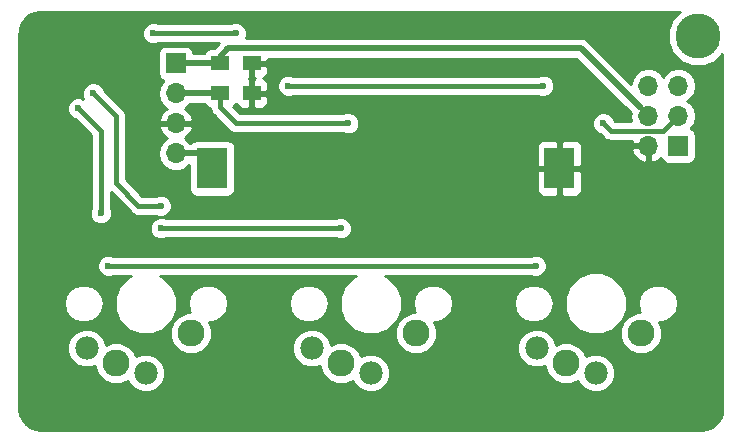
<source format=gbr>
G04 #@! TF.GenerationSoftware,KiCad,Pcbnew,(5.0.1)-4*
G04 #@! TF.CreationDate,2019-08-19T00:57:11-04:00*
G04 #@! TF.ProjectId,KeebCard,4B656562436172642E6B696361645F70,rev?*
G04 #@! TF.SameCoordinates,Original*
G04 #@! TF.FileFunction,Copper,L2,Bot,Signal*
G04 #@! TF.FilePolarity,Positive*
%FSLAX46Y46*%
G04 Gerber Fmt 4.6, Leading zero omitted, Abs format (unit mm)*
G04 Created by KiCad (PCBNEW (5.0.1)-4) date 8/19/2019 12:57:11 AM*
%MOMM*%
%LPD*%
G01*
G04 APERTURE LIST*
G04 #@! TA.AperFunction,ComponentPad*
%ADD10C,1.987400*%
G04 #@! TD*
G04 #@! TA.AperFunction,ComponentPad*
%ADD11C,2.286000*%
G04 #@! TD*
G04 #@! TA.AperFunction,SMDPad,CuDef*
%ADD12R,2.600000X3.500000*%
G04 #@! TD*
G04 #@! TA.AperFunction,ComponentPad*
%ADD13R,1.700000X1.700000*%
G04 #@! TD*
G04 #@! TA.AperFunction,ComponentPad*
%ADD14O,1.700000X1.700000*%
G04 #@! TD*
G04 #@! TA.AperFunction,SMDPad,CuDef*
%ADD15R,1.500000X1.300000*%
G04 #@! TD*
G04 #@! TA.AperFunction,ComponentPad*
%ADD16C,3.800000*%
G04 #@! TD*
G04 #@! TA.AperFunction,ViaPad*
%ADD17C,0.600000*%
G04 #@! TD*
G04 #@! TA.AperFunction,Conductor*
%ADD18C,0.508000*%
G04 #@! TD*
G04 #@! TA.AperFunction,Conductor*
%ADD19C,0.406400*%
G04 #@! TD*
G04 #@! TA.AperFunction,Conductor*
%ADD20C,0.254000*%
G04 #@! TD*
G04 APERTURE END LIST*
D10*
G04 #@! TO.P,SW2,2*
G04 #@! TO.N,/PB3*
X131906000Y-127752000D03*
G04 #@! TO.P,SW2,1*
G04 #@! TO.N,GND*
X136906000Y-129852000D03*
D11*
X134366000Y-129032000D03*
G04 #@! TO.P,SW2,2*
G04 #@! TO.N,/PB3*
X140716000Y-126492000D03*
G04 #@! TD*
D10*
G04 #@! TO.P,SW3,2*
G04 #@! TO.N,/PB4*
X150956000Y-127752000D03*
G04 #@! TO.P,SW3,1*
G04 #@! TO.N,GND*
X155956000Y-129852000D03*
D11*
X153416000Y-129032000D03*
G04 #@! TO.P,SW3,2*
G04 #@! TO.N,/PB4*
X159766000Y-126492000D03*
G04 #@! TD*
D10*
G04 #@! TO.P,SW1,2*
G04 #@! TO.N,/PB1*
X170006000Y-127752000D03*
G04 #@! TO.P,SW1,1*
G04 #@! TO.N,GND*
X175006000Y-129852000D03*
D11*
X172466000Y-129032000D03*
G04 #@! TO.P,SW1,2*
G04 #@! TO.N,/PB1*
X178816000Y-126492000D03*
G04 #@! TD*
D12*
G04 #@! TO.P,BT1,2*
G04 #@! TO.N,GND*
X142526000Y-112522000D03*
G04 #@! TO.P,BT1,1*
G04 #@! TO.N,VCC*
X171926000Y-112522000D03*
G04 #@! TD*
D13*
G04 #@! TO.P,J1,1*
G04 #@! TO.N,/PB1*
X181991000Y-110617000D03*
D14*
G04 #@! TO.P,J1,2*
G04 #@! TO.N,VCC*
X179451000Y-110617000D03*
G04 #@! TO.P,J1,3*
G04 #@! TO.N,/PB2*
X181991000Y-108077000D03*
G04 #@! TO.P,J1,4*
G04 #@! TO.N,/PB0*
X179451000Y-108077000D03*
G04 #@! TO.P,J1,5*
G04 #@! TO.N,/PB5*
X181991000Y-105537000D03*
G04 #@! TO.P,J1,6*
G04 #@! TO.N,GND*
X179451000Y-105537000D03*
G04 #@! TD*
D15*
G04 #@! TO.P,R5,1*
G04 #@! TO.N,/PB2*
X143176000Y-106172000D03*
G04 #@! TO.P,R5,2*
G04 #@! TO.N,VCC*
X145876000Y-106172000D03*
G04 #@! TD*
G04 #@! TO.P,R6,1*
G04 #@! TO.N,/PB0*
X143176000Y-103632000D03*
G04 #@! TO.P,R6,2*
G04 #@! TO.N,VCC*
X145876000Y-103632000D03*
G04 #@! TD*
D13*
G04 #@! TO.P,DS1,4*
G04 #@! TO.N,/PB0*
X139446000Y-103632000D03*
D14*
G04 #@! TO.P,DS1,3*
G04 #@! TO.N,/PB2*
X139446000Y-106172000D03*
G04 #@! TO.P,DS1,2*
G04 #@! TO.N,VCC*
X139446000Y-108712000D03*
G04 #@! TO.P,DS1,1*
G04 #@! TO.N,GND*
X139446000Y-111252000D03*
G04 #@! TD*
D16*
G04 #@! TO.P,REF\002A\002A,1*
G04 #@! TO.N,N/C*
X183642000Y-101346000D03*
G04 #@! TD*
D17*
G04 #@! TO.N,/PB2*
X175641000Y-108712000D03*
X154051000Y-108712000D03*
G04 #@! TO.N,/PB3*
X138176000Y-115697000D03*
X132461000Y-106172000D03*
G04 #@! TO.N,/PB5*
X170561000Y-105537000D03*
X148971000Y-105537000D03*
X137541000Y-101092000D03*
X144526000Y-101092000D03*
G04 #@! TO.N,/PB1*
X169926000Y-120777000D03*
X133731000Y-120777000D03*
G04 #@! TO.N,/PB4*
X153416000Y-117602000D03*
X138176000Y-117602000D03*
X133096000Y-116332000D03*
X131191000Y-107442000D03*
G04 #@! TO.N,VCC*
X163576000Y-115697000D03*
X182626000Y-115697000D03*
X145161000Y-115697000D03*
X136271000Y-112522000D03*
X136271000Y-104902000D03*
G04 #@! TD*
D18*
G04 #@! TO.N,GND*
X139446000Y-111252000D02*
X142526000Y-111252000D01*
G04 #@! TO.N,/PB2*
X139446000Y-106172000D02*
X143176000Y-106172000D01*
D19*
X143176000Y-106172000D02*
X143176000Y-107362000D01*
X180721000Y-109347000D02*
X181991000Y-108077000D01*
X176276000Y-109347000D02*
X180721000Y-109347000D01*
X175641000Y-108712000D02*
X176276000Y-109347000D01*
X144526000Y-108712000D02*
X154051000Y-108712000D01*
X143176000Y-107362000D02*
X144526000Y-108712000D01*
D18*
G04 #@! TO.N,/PB0*
X139446000Y-103632000D02*
X143176000Y-103632000D01*
X143176000Y-103632000D02*
X143176000Y-103077000D01*
X173736000Y-102362000D02*
X178816000Y-107442000D01*
X143891000Y-102362000D02*
X173736000Y-102362000D01*
X143176000Y-103077000D02*
X143891000Y-102362000D01*
D19*
G04 #@! TO.N,/PB3*
X136271000Y-115697000D02*
X138176000Y-115697000D01*
X134366000Y-113792000D02*
X136271000Y-115697000D01*
X134366000Y-108077000D02*
X134366000Y-113792000D01*
X132461000Y-106172000D02*
X134366000Y-108077000D01*
G04 #@! TO.N,/PB5*
X148971000Y-105537000D02*
X170561000Y-105537000D01*
X137541000Y-101092000D02*
X144526000Y-101092000D01*
G04 #@! TO.N,/PB1*
X169926000Y-120777000D02*
X133731000Y-120777000D01*
G04 #@! TO.N,/PB4*
X138176000Y-117602000D02*
X153416000Y-117602000D01*
X133096000Y-109347000D02*
X133096000Y-116332000D01*
X131191000Y-107442000D02*
X133096000Y-109347000D01*
G04 #@! TD*
D20*
G04 #@! TO.N,VCC*
G36*
X181492930Y-99910038D02*
X181107000Y-100841757D01*
X181107000Y-101850243D01*
X181492930Y-102781962D01*
X182206038Y-103495070D01*
X183137757Y-103881000D01*
X184146243Y-103881000D01*
X185077962Y-103495070D01*
X185726001Y-102847031D01*
X185726000Y-132797333D01*
X185663042Y-133295699D01*
X185494697Y-133720889D01*
X185225899Y-134090859D01*
X184873541Y-134382355D01*
X184459756Y-134577067D01*
X183977339Y-134669093D01*
X183884836Y-134672000D01*
X128060667Y-134672000D01*
X127562301Y-134609042D01*
X127137111Y-134440697D01*
X126767141Y-134171899D01*
X126475645Y-133819541D01*
X126280933Y-133405756D01*
X126188907Y-132923339D01*
X126186000Y-132830836D01*
X126186000Y-127428031D01*
X130277300Y-127428031D01*
X130277300Y-128075969D01*
X130525255Y-128674584D01*
X130983416Y-129132745D01*
X131582031Y-129380700D01*
X132229969Y-129380700D01*
X132588000Y-129232398D01*
X132588000Y-129385666D01*
X132858684Y-130039156D01*
X133358844Y-130539316D01*
X134012334Y-130810000D01*
X134719666Y-130810000D01*
X135373156Y-130539316D01*
X135411798Y-130500674D01*
X135525255Y-130774584D01*
X135983416Y-131232745D01*
X136582031Y-131480700D01*
X137229969Y-131480700D01*
X137828584Y-131232745D01*
X138286745Y-130774584D01*
X138534700Y-130175969D01*
X138534700Y-129528031D01*
X138286745Y-128929416D01*
X137828584Y-128471255D01*
X137229969Y-128223300D01*
X136582031Y-128223300D01*
X136047270Y-128444806D01*
X135873316Y-128024844D01*
X135373156Y-127524684D01*
X134719666Y-127254000D01*
X134012334Y-127254000D01*
X133534700Y-127451842D01*
X133534700Y-127428031D01*
X133286745Y-126829416D01*
X132828584Y-126371255D01*
X132229969Y-126123300D01*
X131582031Y-126123300D01*
X130983416Y-126371255D01*
X130525255Y-126829416D01*
X130277300Y-127428031D01*
X126186000Y-127428031D01*
X126186000Y-123952000D01*
X129939949Y-123952000D01*
X130062964Y-124570436D01*
X130413279Y-125094721D01*
X130937564Y-125445036D01*
X131399897Y-125537000D01*
X131883003Y-125537000D01*
X132345336Y-125445036D01*
X132869621Y-125094721D01*
X133219936Y-124570436D01*
X133342951Y-123952000D01*
X133219936Y-123333564D01*
X132869621Y-122809279D01*
X132345336Y-122458964D01*
X131883003Y-122367000D01*
X131399897Y-122367000D01*
X130937564Y-122458964D01*
X130413279Y-122809279D01*
X130062964Y-123333564D01*
X129939949Y-123952000D01*
X126186000Y-123952000D01*
X126186000Y-120591017D01*
X132796000Y-120591017D01*
X132796000Y-120962983D01*
X132938345Y-121306635D01*
X133201365Y-121569655D01*
X133545017Y-121712000D01*
X133916983Y-121712000D01*
X134150679Y-121615200D01*
X135677887Y-121615200D01*
X135416848Y-121723326D01*
X134677326Y-122462848D01*
X134277100Y-123429079D01*
X134277100Y-124474921D01*
X134677326Y-125441152D01*
X135416848Y-126180674D01*
X136383079Y-126580900D01*
X137428921Y-126580900D01*
X138395152Y-126180674D01*
X138437492Y-126138334D01*
X138938000Y-126138334D01*
X138938000Y-126845666D01*
X139208684Y-127499156D01*
X139708844Y-127999316D01*
X140362334Y-128270000D01*
X141069666Y-128270000D01*
X141723156Y-127999316D01*
X142223316Y-127499156D01*
X142252776Y-127428031D01*
X149327300Y-127428031D01*
X149327300Y-128075969D01*
X149575255Y-128674584D01*
X150033416Y-129132745D01*
X150632031Y-129380700D01*
X151279969Y-129380700D01*
X151638000Y-129232398D01*
X151638000Y-129385666D01*
X151908684Y-130039156D01*
X152408844Y-130539316D01*
X153062334Y-130810000D01*
X153769666Y-130810000D01*
X154423156Y-130539316D01*
X154461798Y-130500674D01*
X154575255Y-130774584D01*
X155033416Y-131232745D01*
X155632031Y-131480700D01*
X156279969Y-131480700D01*
X156878584Y-131232745D01*
X157336745Y-130774584D01*
X157584700Y-130175969D01*
X157584700Y-129528031D01*
X157336745Y-128929416D01*
X156878584Y-128471255D01*
X156279969Y-128223300D01*
X155632031Y-128223300D01*
X155097270Y-128444806D01*
X154923316Y-128024844D01*
X154423156Y-127524684D01*
X153769666Y-127254000D01*
X153062334Y-127254000D01*
X152584700Y-127451842D01*
X152584700Y-127428031D01*
X152336745Y-126829416D01*
X151878584Y-126371255D01*
X151279969Y-126123300D01*
X150632031Y-126123300D01*
X150033416Y-126371255D01*
X149575255Y-126829416D01*
X149327300Y-127428031D01*
X142252776Y-127428031D01*
X142494000Y-126845666D01*
X142494000Y-126138334D01*
X142244920Y-125537000D01*
X142412103Y-125537000D01*
X142874436Y-125445036D01*
X143398721Y-125094721D01*
X143749036Y-124570436D01*
X143872051Y-123952000D01*
X148989949Y-123952000D01*
X149112964Y-124570436D01*
X149463279Y-125094721D01*
X149987564Y-125445036D01*
X150449897Y-125537000D01*
X150933003Y-125537000D01*
X151395336Y-125445036D01*
X151919621Y-125094721D01*
X152269936Y-124570436D01*
X152392951Y-123952000D01*
X152269936Y-123333564D01*
X151919621Y-122809279D01*
X151395336Y-122458964D01*
X150933003Y-122367000D01*
X150449897Y-122367000D01*
X149987564Y-122458964D01*
X149463279Y-122809279D01*
X149112964Y-123333564D01*
X148989949Y-123952000D01*
X143872051Y-123952000D01*
X143749036Y-123333564D01*
X143398721Y-122809279D01*
X142874436Y-122458964D01*
X142412103Y-122367000D01*
X141928997Y-122367000D01*
X141466664Y-122458964D01*
X140942379Y-122809279D01*
X140592064Y-123333564D01*
X140469049Y-123952000D01*
X140592064Y-124570436D01*
X140687990Y-124714000D01*
X140362334Y-124714000D01*
X139708844Y-124984684D01*
X139208684Y-125484844D01*
X138938000Y-126138334D01*
X138437492Y-126138334D01*
X139134674Y-125441152D01*
X139534900Y-124474921D01*
X139534900Y-123429079D01*
X139134674Y-122462848D01*
X138395152Y-121723326D01*
X138134113Y-121615200D01*
X154727887Y-121615200D01*
X154466848Y-121723326D01*
X153727326Y-122462848D01*
X153327100Y-123429079D01*
X153327100Y-124474921D01*
X153727326Y-125441152D01*
X154466848Y-126180674D01*
X155433079Y-126580900D01*
X156478921Y-126580900D01*
X157445152Y-126180674D01*
X157487492Y-126138334D01*
X157988000Y-126138334D01*
X157988000Y-126845666D01*
X158258684Y-127499156D01*
X158758844Y-127999316D01*
X159412334Y-128270000D01*
X160119666Y-128270000D01*
X160773156Y-127999316D01*
X161273316Y-127499156D01*
X161302776Y-127428031D01*
X168377300Y-127428031D01*
X168377300Y-128075969D01*
X168625255Y-128674584D01*
X169083416Y-129132745D01*
X169682031Y-129380700D01*
X170329969Y-129380700D01*
X170688000Y-129232398D01*
X170688000Y-129385666D01*
X170958684Y-130039156D01*
X171458844Y-130539316D01*
X172112334Y-130810000D01*
X172819666Y-130810000D01*
X173473156Y-130539316D01*
X173511798Y-130500674D01*
X173625255Y-130774584D01*
X174083416Y-131232745D01*
X174682031Y-131480700D01*
X175329969Y-131480700D01*
X175928584Y-131232745D01*
X176386745Y-130774584D01*
X176634700Y-130175969D01*
X176634700Y-129528031D01*
X176386745Y-128929416D01*
X175928584Y-128471255D01*
X175329969Y-128223300D01*
X174682031Y-128223300D01*
X174147270Y-128444806D01*
X173973316Y-128024844D01*
X173473156Y-127524684D01*
X172819666Y-127254000D01*
X172112334Y-127254000D01*
X171634700Y-127451842D01*
X171634700Y-127428031D01*
X171386745Y-126829416D01*
X170928584Y-126371255D01*
X170329969Y-126123300D01*
X169682031Y-126123300D01*
X169083416Y-126371255D01*
X168625255Y-126829416D01*
X168377300Y-127428031D01*
X161302776Y-127428031D01*
X161544000Y-126845666D01*
X161544000Y-126138334D01*
X161294920Y-125537000D01*
X161462103Y-125537000D01*
X161924436Y-125445036D01*
X162448721Y-125094721D01*
X162799036Y-124570436D01*
X162922051Y-123952000D01*
X168039949Y-123952000D01*
X168162964Y-124570436D01*
X168513279Y-125094721D01*
X169037564Y-125445036D01*
X169499897Y-125537000D01*
X169983003Y-125537000D01*
X170445336Y-125445036D01*
X170969621Y-125094721D01*
X171319936Y-124570436D01*
X171442951Y-123952000D01*
X171338936Y-123429079D01*
X172377100Y-123429079D01*
X172377100Y-124474921D01*
X172777326Y-125441152D01*
X173516848Y-126180674D01*
X174483079Y-126580900D01*
X175528921Y-126580900D01*
X176495152Y-126180674D01*
X176537492Y-126138334D01*
X177038000Y-126138334D01*
X177038000Y-126845666D01*
X177308684Y-127499156D01*
X177808844Y-127999316D01*
X178462334Y-128270000D01*
X179169666Y-128270000D01*
X179823156Y-127999316D01*
X180323316Y-127499156D01*
X180594000Y-126845666D01*
X180594000Y-126138334D01*
X180344920Y-125537000D01*
X180512103Y-125537000D01*
X180974436Y-125445036D01*
X181498721Y-125094721D01*
X181849036Y-124570436D01*
X181972051Y-123952000D01*
X181849036Y-123333564D01*
X181498721Y-122809279D01*
X180974436Y-122458964D01*
X180512103Y-122367000D01*
X180028997Y-122367000D01*
X179566664Y-122458964D01*
X179042379Y-122809279D01*
X178692064Y-123333564D01*
X178569049Y-123952000D01*
X178692064Y-124570436D01*
X178787990Y-124714000D01*
X178462334Y-124714000D01*
X177808844Y-124984684D01*
X177308684Y-125484844D01*
X177038000Y-126138334D01*
X176537492Y-126138334D01*
X177234674Y-125441152D01*
X177634900Y-124474921D01*
X177634900Y-123429079D01*
X177234674Y-122462848D01*
X176495152Y-121723326D01*
X175528921Y-121323100D01*
X174483079Y-121323100D01*
X173516848Y-121723326D01*
X172777326Y-122462848D01*
X172377100Y-123429079D01*
X171338936Y-123429079D01*
X171319936Y-123333564D01*
X170969621Y-122809279D01*
X170445336Y-122458964D01*
X169983003Y-122367000D01*
X169499897Y-122367000D01*
X169037564Y-122458964D01*
X168513279Y-122809279D01*
X168162964Y-123333564D01*
X168039949Y-123952000D01*
X162922051Y-123952000D01*
X162799036Y-123333564D01*
X162448721Y-122809279D01*
X161924436Y-122458964D01*
X161462103Y-122367000D01*
X160978997Y-122367000D01*
X160516664Y-122458964D01*
X159992379Y-122809279D01*
X159642064Y-123333564D01*
X159519049Y-123952000D01*
X159642064Y-124570436D01*
X159737990Y-124714000D01*
X159412334Y-124714000D01*
X158758844Y-124984684D01*
X158258684Y-125484844D01*
X157988000Y-126138334D01*
X157487492Y-126138334D01*
X158184674Y-125441152D01*
X158584900Y-124474921D01*
X158584900Y-123429079D01*
X158184674Y-122462848D01*
X157445152Y-121723326D01*
X157184113Y-121615200D01*
X169506321Y-121615200D01*
X169740017Y-121712000D01*
X170111983Y-121712000D01*
X170455635Y-121569655D01*
X170718655Y-121306635D01*
X170861000Y-120962983D01*
X170861000Y-120591017D01*
X170718655Y-120247365D01*
X170455635Y-119984345D01*
X170111983Y-119842000D01*
X169740017Y-119842000D01*
X169506321Y-119938800D01*
X134150679Y-119938800D01*
X133916983Y-119842000D01*
X133545017Y-119842000D01*
X133201365Y-119984345D01*
X132938345Y-120247365D01*
X132796000Y-120591017D01*
X126186000Y-120591017D01*
X126186000Y-117416017D01*
X137241000Y-117416017D01*
X137241000Y-117787983D01*
X137383345Y-118131635D01*
X137646365Y-118394655D01*
X137990017Y-118537000D01*
X138361983Y-118537000D01*
X138595679Y-118440200D01*
X152996321Y-118440200D01*
X153230017Y-118537000D01*
X153601983Y-118537000D01*
X153945635Y-118394655D01*
X154208655Y-118131635D01*
X154351000Y-117787983D01*
X154351000Y-117416017D01*
X154208655Y-117072365D01*
X153945635Y-116809345D01*
X153601983Y-116667000D01*
X153230017Y-116667000D01*
X152996321Y-116763800D01*
X138595679Y-116763800D01*
X138361983Y-116667000D01*
X137990017Y-116667000D01*
X137646365Y-116809345D01*
X137383345Y-117072365D01*
X137241000Y-117416017D01*
X126186000Y-117416017D01*
X126186000Y-107256017D01*
X130256000Y-107256017D01*
X130256000Y-107627983D01*
X130398345Y-107971635D01*
X130661365Y-108234655D01*
X130895062Y-108331455D01*
X132257800Y-109694194D01*
X132257801Y-115912318D01*
X132161000Y-116146017D01*
X132161000Y-116517983D01*
X132303345Y-116861635D01*
X132566365Y-117124655D01*
X132910017Y-117267000D01*
X133281983Y-117267000D01*
X133625635Y-117124655D01*
X133888655Y-116861635D01*
X134031000Y-116517983D01*
X134031000Y-116146017D01*
X133934200Y-115912321D01*
X133934200Y-114545593D01*
X135619930Y-116231324D01*
X135666692Y-116301308D01*
X135736676Y-116348070D01*
X135736677Y-116348071D01*
X135836176Y-116414554D01*
X135943951Y-116486567D01*
X136188446Y-116535200D01*
X136188451Y-116535200D01*
X136271000Y-116551620D01*
X136353549Y-116535200D01*
X137756321Y-116535200D01*
X137990017Y-116632000D01*
X138361983Y-116632000D01*
X138705635Y-116489655D01*
X138968655Y-116226635D01*
X139111000Y-115882983D01*
X139111000Y-115511017D01*
X138968655Y-115167365D01*
X138705635Y-114904345D01*
X138361983Y-114762000D01*
X137990017Y-114762000D01*
X137756321Y-114858800D01*
X136618194Y-114858800D01*
X135204200Y-113444807D01*
X135204200Y-111252000D01*
X137931908Y-111252000D01*
X138047161Y-111831418D01*
X138375375Y-112322625D01*
X138866582Y-112650839D01*
X139299744Y-112737000D01*
X139592256Y-112737000D01*
X140025418Y-112650839D01*
X140516625Y-112322625D01*
X140578560Y-112229933D01*
X140578560Y-114272000D01*
X140627843Y-114519765D01*
X140768191Y-114729809D01*
X140978235Y-114870157D01*
X141226000Y-114919440D01*
X143826000Y-114919440D01*
X144073765Y-114870157D01*
X144283809Y-114729809D01*
X144424157Y-114519765D01*
X144473440Y-114272000D01*
X144473440Y-112807750D01*
X169991000Y-112807750D01*
X169991000Y-114398310D01*
X170087673Y-114631699D01*
X170266302Y-114810327D01*
X170499691Y-114907000D01*
X171640250Y-114907000D01*
X171799000Y-114748250D01*
X171799000Y-112649000D01*
X172053000Y-112649000D01*
X172053000Y-114748250D01*
X172211750Y-114907000D01*
X173352309Y-114907000D01*
X173585698Y-114810327D01*
X173764327Y-114631699D01*
X173861000Y-114398310D01*
X173861000Y-112807750D01*
X173702250Y-112649000D01*
X172053000Y-112649000D01*
X171799000Y-112649000D01*
X170149750Y-112649000D01*
X169991000Y-112807750D01*
X144473440Y-112807750D01*
X144473440Y-110772000D01*
X144448316Y-110645690D01*
X169991000Y-110645690D01*
X169991000Y-112236250D01*
X170149750Y-112395000D01*
X171799000Y-112395000D01*
X171799000Y-110295750D01*
X172053000Y-110295750D01*
X172053000Y-112395000D01*
X173702250Y-112395000D01*
X173861000Y-112236250D01*
X173861000Y-110973890D01*
X178009524Y-110973890D01*
X178179355Y-111383924D01*
X178569642Y-111812183D01*
X179094108Y-112058486D01*
X179324000Y-111937819D01*
X179324000Y-110744000D01*
X178130845Y-110744000D01*
X178009524Y-110973890D01*
X173861000Y-110973890D01*
X173861000Y-110645690D01*
X173764327Y-110412301D01*
X173585698Y-110233673D01*
X173352309Y-110137000D01*
X172211750Y-110137000D01*
X172053000Y-110295750D01*
X171799000Y-110295750D01*
X171640250Y-110137000D01*
X170499691Y-110137000D01*
X170266302Y-110233673D01*
X170087673Y-110412301D01*
X169991000Y-110645690D01*
X144448316Y-110645690D01*
X144424157Y-110524235D01*
X144283809Y-110314191D01*
X144073765Y-110173843D01*
X143826000Y-110124560D01*
X141226000Y-110124560D01*
X140978235Y-110173843D01*
X140768191Y-110314191D01*
X140735578Y-110363000D01*
X140637983Y-110363000D01*
X140516625Y-110181375D01*
X140197522Y-109968157D01*
X140327358Y-109907183D01*
X140717645Y-109478924D01*
X140887476Y-109068890D01*
X140766155Y-108839000D01*
X139573000Y-108839000D01*
X139573000Y-108859000D01*
X139319000Y-108859000D01*
X139319000Y-108839000D01*
X138125845Y-108839000D01*
X138004524Y-109068890D01*
X138174355Y-109478924D01*
X138564642Y-109907183D01*
X138694478Y-109968157D01*
X138375375Y-110181375D01*
X138047161Y-110672582D01*
X137931908Y-111252000D01*
X135204200Y-111252000D01*
X135204200Y-108159549D01*
X135220620Y-108077000D01*
X135204200Y-107994451D01*
X135204200Y-107994446D01*
X135155567Y-107749951D01*
X134970308Y-107472692D01*
X134900325Y-107425931D01*
X133350455Y-105876062D01*
X133253655Y-105642365D01*
X132990635Y-105379345D01*
X132646983Y-105237000D01*
X132275017Y-105237000D01*
X131931365Y-105379345D01*
X131668345Y-105642365D01*
X131526000Y-105986017D01*
X131526000Y-106357983D01*
X131631371Y-106612371D01*
X131376983Y-106507000D01*
X131005017Y-106507000D01*
X130661365Y-106649345D01*
X130398345Y-106912365D01*
X130256000Y-107256017D01*
X126186000Y-107256017D01*
X126186000Y-101136666D01*
X126215137Y-100906017D01*
X136606000Y-100906017D01*
X136606000Y-101277983D01*
X136748345Y-101621635D01*
X137011365Y-101884655D01*
X137355017Y-102027000D01*
X137726983Y-102027000D01*
X137960679Y-101930200D01*
X143065564Y-101930200D01*
X142661205Y-102334560D01*
X142426000Y-102334560D01*
X142178235Y-102383843D01*
X141968191Y-102524191D01*
X141827843Y-102734235D01*
X141826100Y-102743000D01*
X140935682Y-102743000D01*
X140894157Y-102534235D01*
X140753809Y-102324191D01*
X140543765Y-102183843D01*
X140296000Y-102134560D01*
X138596000Y-102134560D01*
X138348235Y-102183843D01*
X138138191Y-102324191D01*
X137997843Y-102534235D01*
X137948560Y-102782000D01*
X137948560Y-104482000D01*
X137997843Y-104729765D01*
X138138191Y-104939809D01*
X138348235Y-105080157D01*
X138393619Y-105089184D01*
X138375375Y-105101375D01*
X138047161Y-105592582D01*
X137931908Y-106172000D01*
X138047161Y-106751418D01*
X138375375Y-107242625D01*
X138694478Y-107455843D01*
X138564642Y-107516817D01*
X138174355Y-107945076D01*
X138004524Y-108355110D01*
X138125845Y-108585000D01*
X139319000Y-108585000D01*
X139319000Y-108565000D01*
X139573000Y-108565000D01*
X139573000Y-108585000D01*
X140766155Y-108585000D01*
X140887476Y-108355110D01*
X140717645Y-107945076D01*
X140327358Y-107516817D01*
X140197522Y-107455843D01*
X140516625Y-107242625D01*
X140637983Y-107061000D01*
X141826100Y-107061000D01*
X141827843Y-107069765D01*
X141968191Y-107279809D01*
X142178235Y-107420157D01*
X142339322Y-107452199D01*
X142386434Y-107689049D01*
X142524929Y-107896322D01*
X142524931Y-107896324D01*
X142571693Y-107966308D01*
X142641677Y-108013070D01*
X143874930Y-109246324D01*
X143921692Y-109316308D01*
X143991676Y-109363070D01*
X143991677Y-109363071D01*
X144079597Y-109421817D01*
X144198951Y-109501567D01*
X144443446Y-109550200D01*
X144443450Y-109550200D01*
X144525999Y-109566620D01*
X144608548Y-109550200D01*
X153631321Y-109550200D01*
X153865017Y-109647000D01*
X154236983Y-109647000D01*
X154580635Y-109504655D01*
X154843655Y-109241635D01*
X154986000Y-108897983D01*
X154986000Y-108526017D01*
X154843655Y-108182365D01*
X154580635Y-107919345D01*
X154236983Y-107777000D01*
X153865017Y-107777000D01*
X153631321Y-107873800D01*
X144873194Y-107873800D01*
X144321102Y-107321709D01*
X144383809Y-107279809D01*
X144524157Y-107069765D01*
X144529721Y-107041791D01*
X144587673Y-107181699D01*
X144766302Y-107360327D01*
X144999691Y-107457000D01*
X145590250Y-107457000D01*
X145749000Y-107298250D01*
X145749000Y-106299000D01*
X146003000Y-106299000D01*
X146003000Y-107298250D01*
X146161750Y-107457000D01*
X146752309Y-107457000D01*
X146985698Y-107360327D01*
X147164327Y-107181699D01*
X147261000Y-106948310D01*
X147261000Y-106457750D01*
X147102250Y-106299000D01*
X146003000Y-106299000D01*
X145749000Y-106299000D01*
X145729000Y-106299000D01*
X145729000Y-106045000D01*
X145749000Y-106045000D01*
X145749000Y-105045750D01*
X145605250Y-104902000D01*
X145749000Y-104758250D01*
X145749000Y-103759000D01*
X146003000Y-103759000D01*
X146003000Y-104758250D01*
X146146750Y-104902000D01*
X146003000Y-105045750D01*
X146003000Y-106045000D01*
X147102250Y-106045000D01*
X147261000Y-105886250D01*
X147261000Y-105395690D01*
X147242496Y-105351017D01*
X148036000Y-105351017D01*
X148036000Y-105722983D01*
X148178345Y-106066635D01*
X148441365Y-106329655D01*
X148785017Y-106472000D01*
X149156983Y-106472000D01*
X149390679Y-106375200D01*
X170141321Y-106375200D01*
X170375017Y-106472000D01*
X170746983Y-106472000D01*
X171090635Y-106329655D01*
X171353655Y-106066635D01*
X171496000Y-105722983D01*
X171496000Y-105351017D01*
X171353655Y-105007365D01*
X171090635Y-104744345D01*
X170746983Y-104602000D01*
X170375017Y-104602000D01*
X170141321Y-104698800D01*
X149390679Y-104698800D01*
X149156983Y-104602000D01*
X148785017Y-104602000D01*
X148441365Y-104744345D01*
X148178345Y-105007365D01*
X148036000Y-105351017D01*
X147242496Y-105351017D01*
X147164327Y-105162301D01*
X146985698Y-104983673D01*
X146788522Y-104902000D01*
X146985698Y-104820327D01*
X147164327Y-104641699D01*
X147261000Y-104408310D01*
X147261000Y-103917750D01*
X147102250Y-103759000D01*
X146003000Y-103759000D01*
X145749000Y-103759000D01*
X145729000Y-103759000D01*
X145729000Y-103505000D01*
X145749000Y-103505000D01*
X145749000Y-103485000D01*
X146003000Y-103485000D01*
X146003000Y-103505000D01*
X147102250Y-103505000D01*
X147261000Y-103346250D01*
X147261000Y-103251000D01*
X173367765Y-103251000D01*
X177979523Y-107862759D01*
X177936908Y-108077000D01*
X178022798Y-108508800D01*
X176623194Y-108508800D01*
X176530455Y-108416062D01*
X176433655Y-108182365D01*
X176170635Y-107919345D01*
X175826983Y-107777000D01*
X175455017Y-107777000D01*
X175111365Y-107919345D01*
X174848345Y-108182365D01*
X174706000Y-108526017D01*
X174706000Y-108897983D01*
X174848345Y-109241635D01*
X175111365Y-109504655D01*
X175345062Y-109601455D01*
X175624930Y-109881324D01*
X175671692Y-109951308D01*
X175741676Y-109998070D01*
X175741677Y-109998071D01*
X175948950Y-110136567D01*
X176003907Y-110147498D01*
X176193446Y-110185200D01*
X176193449Y-110185200D01*
X176276000Y-110201620D01*
X176358550Y-110185200D01*
X178040551Y-110185200D01*
X178009524Y-110260110D01*
X178130845Y-110490000D01*
X179324000Y-110490000D01*
X179324000Y-110470000D01*
X179578000Y-110470000D01*
X179578000Y-110490000D01*
X179598000Y-110490000D01*
X179598000Y-110744000D01*
X179578000Y-110744000D01*
X179578000Y-111937819D01*
X179807892Y-112058486D01*
X180332358Y-111812183D01*
X180521039Y-111605145D01*
X180542843Y-111714765D01*
X180683191Y-111924809D01*
X180893235Y-112065157D01*
X181141000Y-112114440D01*
X182841000Y-112114440D01*
X183088765Y-112065157D01*
X183298809Y-111924809D01*
X183439157Y-111714765D01*
X183488440Y-111467000D01*
X183488440Y-109767000D01*
X183439157Y-109519235D01*
X183298809Y-109309191D01*
X183088765Y-109168843D01*
X183043381Y-109159816D01*
X183061625Y-109147625D01*
X183389839Y-108656418D01*
X183505092Y-108077000D01*
X183389839Y-107497582D01*
X183061625Y-107006375D01*
X182763239Y-106807000D01*
X183061625Y-106607625D01*
X183389839Y-106116418D01*
X183505092Y-105537000D01*
X183389839Y-104957582D01*
X183061625Y-104466375D01*
X182570418Y-104138161D01*
X182137256Y-104052000D01*
X181844744Y-104052000D01*
X181411582Y-104138161D01*
X180920375Y-104466375D01*
X180721000Y-104764761D01*
X180521625Y-104466375D01*
X180030418Y-104138161D01*
X179597256Y-104052000D01*
X179304744Y-104052000D01*
X178871582Y-104138161D01*
X178380375Y-104466375D01*
X178052161Y-104957582D01*
X177975288Y-105344052D01*
X174426531Y-101795296D01*
X174376933Y-101721067D01*
X174082870Y-101524581D01*
X173823556Y-101473000D01*
X173823555Y-101473000D01*
X173736000Y-101455584D01*
X173648445Y-101473000D01*
X145380221Y-101473000D01*
X145461000Y-101277983D01*
X145461000Y-100906017D01*
X145318655Y-100562365D01*
X145055635Y-100299345D01*
X144711983Y-100157000D01*
X144340017Y-100157000D01*
X144106321Y-100253800D01*
X137960679Y-100253800D01*
X137726983Y-100157000D01*
X137355017Y-100157000D01*
X137011365Y-100299345D01*
X136748345Y-100562365D01*
X136606000Y-100906017D01*
X126215137Y-100906017D01*
X126248958Y-100638302D01*
X126417305Y-100213107D01*
X126686101Y-99843142D01*
X127038462Y-99551644D01*
X127452244Y-99356933D01*
X127934662Y-99264907D01*
X128027164Y-99262000D01*
X182140968Y-99262000D01*
X181492930Y-99910038D01*
X181492930Y-99910038D01*
G37*
X181492930Y-99910038D02*
X181107000Y-100841757D01*
X181107000Y-101850243D01*
X181492930Y-102781962D01*
X182206038Y-103495070D01*
X183137757Y-103881000D01*
X184146243Y-103881000D01*
X185077962Y-103495070D01*
X185726001Y-102847031D01*
X185726000Y-132797333D01*
X185663042Y-133295699D01*
X185494697Y-133720889D01*
X185225899Y-134090859D01*
X184873541Y-134382355D01*
X184459756Y-134577067D01*
X183977339Y-134669093D01*
X183884836Y-134672000D01*
X128060667Y-134672000D01*
X127562301Y-134609042D01*
X127137111Y-134440697D01*
X126767141Y-134171899D01*
X126475645Y-133819541D01*
X126280933Y-133405756D01*
X126188907Y-132923339D01*
X126186000Y-132830836D01*
X126186000Y-127428031D01*
X130277300Y-127428031D01*
X130277300Y-128075969D01*
X130525255Y-128674584D01*
X130983416Y-129132745D01*
X131582031Y-129380700D01*
X132229969Y-129380700D01*
X132588000Y-129232398D01*
X132588000Y-129385666D01*
X132858684Y-130039156D01*
X133358844Y-130539316D01*
X134012334Y-130810000D01*
X134719666Y-130810000D01*
X135373156Y-130539316D01*
X135411798Y-130500674D01*
X135525255Y-130774584D01*
X135983416Y-131232745D01*
X136582031Y-131480700D01*
X137229969Y-131480700D01*
X137828584Y-131232745D01*
X138286745Y-130774584D01*
X138534700Y-130175969D01*
X138534700Y-129528031D01*
X138286745Y-128929416D01*
X137828584Y-128471255D01*
X137229969Y-128223300D01*
X136582031Y-128223300D01*
X136047270Y-128444806D01*
X135873316Y-128024844D01*
X135373156Y-127524684D01*
X134719666Y-127254000D01*
X134012334Y-127254000D01*
X133534700Y-127451842D01*
X133534700Y-127428031D01*
X133286745Y-126829416D01*
X132828584Y-126371255D01*
X132229969Y-126123300D01*
X131582031Y-126123300D01*
X130983416Y-126371255D01*
X130525255Y-126829416D01*
X130277300Y-127428031D01*
X126186000Y-127428031D01*
X126186000Y-123952000D01*
X129939949Y-123952000D01*
X130062964Y-124570436D01*
X130413279Y-125094721D01*
X130937564Y-125445036D01*
X131399897Y-125537000D01*
X131883003Y-125537000D01*
X132345336Y-125445036D01*
X132869621Y-125094721D01*
X133219936Y-124570436D01*
X133342951Y-123952000D01*
X133219936Y-123333564D01*
X132869621Y-122809279D01*
X132345336Y-122458964D01*
X131883003Y-122367000D01*
X131399897Y-122367000D01*
X130937564Y-122458964D01*
X130413279Y-122809279D01*
X130062964Y-123333564D01*
X129939949Y-123952000D01*
X126186000Y-123952000D01*
X126186000Y-120591017D01*
X132796000Y-120591017D01*
X132796000Y-120962983D01*
X132938345Y-121306635D01*
X133201365Y-121569655D01*
X133545017Y-121712000D01*
X133916983Y-121712000D01*
X134150679Y-121615200D01*
X135677887Y-121615200D01*
X135416848Y-121723326D01*
X134677326Y-122462848D01*
X134277100Y-123429079D01*
X134277100Y-124474921D01*
X134677326Y-125441152D01*
X135416848Y-126180674D01*
X136383079Y-126580900D01*
X137428921Y-126580900D01*
X138395152Y-126180674D01*
X138437492Y-126138334D01*
X138938000Y-126138334D01*
X138938000Y-126845666D01*
X139208684Y-127499156D01*
X139708844Y-127999316D01*
X140362334Y-128270000D01*
X141069666Y-128270000D01*
X141723156Y-127999316D01*
X142223316Y-127499156D01*
X142252776Y-127428031D01*
X149327300Y-127428031D01*
X149327300Y-128075969D01*
X149575255Y-128674584D01*
X150033416Y-129132745D01*
X150632031Y-129380700D01*
X151279969Y-129380700D01*
X151638000Y-129232398D01*
X151638000Y-129385666D01*
X151908684Y-130039156D01*
X152408844Y-130539316D01*
X153062334Y-130810000D01*
X153769666Y-130810000D01*
X154423156Y-130539316D01*
X154461798Y-130500674D01*
X154575255Y-130774584D01*
X155033416Y-131232745D01*
X155632031Y-131480700D01*
X156279969Y-131480700D01*
X156878584Y-131232745D01*
X157336745Y-130774584D01*
X157584700Y-130175969D01*
X157584700Y-129528031D01*
X157336745Y-128929416D01*
X156878584Y-128471255D01*
X156279969Y-128223300D01*
X155632031Y-128223300D01*
X155097270Y-128444806D01*
X154923316Y-128024844D01*
X154423156Y-127524684D01*
X153769666Y-127254000D01*
X153062334Y-127254000D01*
X152584700Y-127451842D01*
X152584700Y-127428031D01*
X152336745Y-126829416D01*
X151878584Y-126371255D01*
X151279969Y-126123300D01*
X150632031Y-126123300D01*
X150033416Y-126371255D01*
X149575255Y-126829416D01*
X149327300Y-127428031D01*
X142252776Y-127428031D01*
X142494000Y-126845666D01*
X142494000Y-126138334D01*
X142244920Y-125537000D01*
X142412103Y-125537000D01*
X142874436Y-125445036D01*
X143398721Y-125094721D01*
X143749036Y-124570436D01*
X143872051Y-123952000D01*
X148989949Y-123952000D01*
X149112964Y-124570436D01*
X149463279Y-125094721D01*
X149987564Y-125445036D01*
X150449897Y-125537000D01*
X150933003Y-125537000D01*
X151395336Y-125445036D01*
X151919621Y-125094721D01*
X152269936Y-124570436D01*
X152392951Y-123952000D01*
X152269936Y-123333564D01*
X151919621Y-122809279D01*
X151395336Y-122458964D01*
X150933003Y-122367000D01*
X150449897Y-122367000D01*
X149987564Y-122458964D01*
X149463279Y-122809279D01*
X149112964Y-123333564D01*
X148989949Y-123952000D01*
X143872051Y-123952000D01*
X143749036Y-123333564D01*
X143398721Y-122809279D01*
X142874436Y-122458964D01*
X142412103Y-122367000D01*
X141928997Y-122367000D01*
X141466664Y-122458964D01*
X140942379Y-122809279D01*
X140592064Y-123333564D01*
X140469049Y-123952000D01*
X140592064Y-124570436D01*
X140687990Y-124714000D01*
X140362334Y-124714000D01*
X139708844Y-124984684D01*
X139208684Y-125484844D01*
X138938000Y-126138334D01*
X138437492Y-126138334D01*
X139134674Y-125441152D01*
X139534900Y-124474921D01*
X139534900Y-123429079D01*
X139134674Y-122462848D01*
X138395152Y-121723326D01*
X138134113Y-121615200D01*
X154727887Y-121615200D01*
X154466848Y-121723326D01*
X153727326Y-122462848D01*
X153327100Y-123429079D01*
X153327100Y-124474921D01*
X153727326Y-125441152D01*
X154466848Y-126180674D01*
X155433079Y-126580900D01*
X156478921Y-126580900D01*
X157445152Y-126180674D01*
X157487492Y-126138334D01*
X157988000Y-126138334D01*
X157988000Y-126845666D01*
X158258684Y-127499156D01*
X158758844Y-127999316D01*
X159412334Y-128270000D01*
X160119666Y-128270000D01*
X160773156Y-127999316D01*
X161273316Y-127499156D01*
X161302776Y-127428031D01*
X168377300Y-127428031D01*
X168377300Y-128075969D01*
X168625255Y-128674584D01*
X169083416Y-129132745D01*
X169682031Y-129380700D01*
X170329969Y-129380700D01*
X170688000Y-129232398D01*
X170688000Y-129385666D01*
X170958684Y-130039156D01*
X171458844Y-130539316D01*
X172112334Y-130810000D01*
X172819666Y-130810000D01*
X173473156Y-130539316D01*
X173511798Y-130500674D01*
X173625255Y-130774584D01*
X174083416Y-131232745D01*
X174682031Y-131480700D01*
X175329969Y-131480700D01*
X175928584Y-131232745D01*
X176386745Y-130774584D01*
X176634700Y-130175969D01*
X176634700Y-129528031D01*
X176386745Y-128929416D01*
X175928584Y-128471255D01*
X175329969Y-128223300D01*
X174682031Y-128223300D01*
X174147270Y-128444806D01*
X173973316Y-128024844D01*
X173473156Y-127524684D01*
X172819666Y-127254000D01*
X172112334Y-127254000D01*
X171634700Y-127451842D01*
X171634700Y-127428031D01*
X171386745Y-126829416D01*
X170928584Y-126371255D01*
X170329969Y-126123300D01*
X169682031Y-126123300D01*
X169083416Y-126371255D01*
X168625255Y-126829416D01*
X168377300Y-127428031D01*
X161302776Y-127428031D01*
X161544000Y-126845666D01*
X161544000Y-126138334D01*
X161294920Y-125537000D01*
X161462103Y-125537000D01*
X161924436Y-125445036D01*
X162448721Y-125094721D01*
X162799036Y-124570436D01*
X162922051Y-123952000D01*
X168039949Y-123952000D01*
X168162964Y-124570436D01*
X168513279Y-125094721D01*
X169037564Y-125445036D01*
X169499897Y-125537000D01*
X169983003Y-125537000D01*
X170445336Y-125445036D01*
X170969621Y-125094721D01*
X171319936Y-124570436D01*
X171442951Y-123952000D01*
X171338936Y-123429079D01*
X172377100Y-123429079D01*
X172377100Y-124474921D01*
X172777326Y-125441152D01*
X173516848Y-126180674D01*
X174483079Y-126580900D01*
X175528921Y-126580900D01*
X176495152Y-126180674D01*
X176537492Y-126138334D01*
X177038000Y-126138334D01*
X177038000Y-126845666D01*
X177308684Y-127499156D01*
X177808844Y-127999316D01*
X178462334Y-128270000D01*
X179169666Y-128270000D01*
X179823156Y-127999316D01*
X180323316Y-127499156D01*
X180594000Y-126845666D01*
X180594000Y-126138334D01*
X180344920Y-125537000D01*
X180512103Y-125537000D01*
X180974436Y-125445036D01*
X181498721Y-125094721D01*
X181849036Y-124570436D01*
X181972051Y-123952000D01*
X181849036Y-123333564D01*
X181498721Y-122809279D01*
X180974436Y-122458964D01*
X180512103Y-122367000D01*
X180028997Y-122367000D01*
X179566664Y-122458964D01*
X179042379Y-122809279D01*
X178692064Y-123333564D01*
X178569049Y-123952000D01*
X178692064Y-124570436D01*
X178787990Y-124714000D01*
X178462334Y-124714000D01*
X177808844Y-124984684D01*
X177308684Y-125484844D01*
X177038000Y-126138334D01*
X176537492Y-126138334D01*
X177234674Y-125441152D01*
X177634900Y-124474921D01*
X177634900Y-123429079D01*
X177234674Y-122462848D01*
X176495152Y-121723326D01*
X175528921Y-121323100D01*
X174483079Y-121323100D01*
X173516848Y-121723326D01*
X172777326Y-122462848D01*
X172377100Y-123429079D01*
X171338936Y-123429079D01*
X171319936Y-123333564D01*
X170969621Y-122809279D01*
X170445336Y-122458964D01*
X169983003Y-122367000D01*
X169499897Y-122367000D01*
X169037564Y-122458964D01*
X168513279Y-122809279D01*
X168162964Y-123333564D01*
X168039949Y-123952000D01*
X162922051Y-123952000D01*
X162799036Y-123333564D01*
X162448721Y-122809279D01*
X161924436Y-122458964D01*
X161462103Y-122367000D01*
X160978997Y-122367000D01*
X160516664Y-122458964D01*
X159992379Y-122809279D01*
X159642064Y-123333564D01*
X159519049Y-123952000D01*
X159642064Y-124570436D01*
X159737990Y-124714000D01*
X159412334Y-124714000D01*
X158758844Y-124984684D01*
X158258684Y-125484844D01*
X157988000Y-126138334D01*
X157487492Y-126138334D01*
X158184674Y-125441152D01*
X158584900Y-124474921D01*
X158584900Y-123429079D01*
X158184674Y-122462848D01*
X157445152Y-121723326D01*
X157184113Y-121615200D01*
X169506321Y-121615200D01*
X169740017Y-121712000D01*
X170111983Y-121712000D01*
X170455635Y-121569655D01*
X170718655Y-121306635D01*
X170861000Y-120962983D01*
X170861000Y-120591017D01*
X170718655Y-120247365D01*
X170455635Y-119984345D01*
X170111983Y-119842000D01*
X169740017Y-119842000D01*
X169506321Y-119938800D01*
X134150679Y-119938800D01*
X133916983Y-119842000D01*
X133545017Y-119842000D01*
X133201365Y-119984345D01*
X132938345Y-120247365D01*
X132796000Y-120591017D01*
X126186000Y-120591017D01*
X126186000Y-117416017D01*
X137241000Y-117416017D01*
X137241000Y-117787983D01*
X137383345Y-118131635D01*
X137646365Y-118394655D01*
X137990017Y-118537000D01*
X138361983Y-118537000D01*
X138595679Y-118440200D01*
X152996321Y-118440200D01*
X153230017Y-118537000D01*
X153601983Y-118537000D01*
X153945635Y-118394655D01*
X154208655Y-118131635D01*
X154351000Y-117787983D01*
X154351000Y-117416017D01*
X154208655Y-117072365D01*
X153945635Y-116809345D01*
X153601983Y-116667000D01*
X153230017Y-116667000D01*
X152996321Y-116763800D01*
X138595679Y-116763800D01*
X138361983Y-116667000D01*
X137990017Y-116667000D01*
X137646365Y-116809345D01*
X137383345Y-117072365D01*
X137241000Y-117416017D01*
X126186000Y-117416017D01*
X126186000Y-107256017D01*
X130256000Y-107256017D01*
X130256000Y-107627983D01*
X130398345Y-107971635D01*
X130661365Y-108234655D01*
X130895062Y-108331455D01*
X132257800Y-109694194D01*
X132257801Y-115912318D01*
X132161000Y-116146017D01*
X132161000Y-116517983D01*
X132303345Y-116861635D01*
X132566365Y-117124655D01*
X132910017Y-117267000D01*
X133281983Y-117267000D01*
X133625635Y-117124655D01*
X133888655Y-116861635D01*
X134031000Y-116517983D01*
X134031000Y-116146017D01*
X133934200Y-115912321D01*
X133934200Y-114545593D01*
X135619930Y-116231324D01*
X135666692Y-116301308D01*
X135736676Y-116348070D01*
X135736677Y-116348071D01*
X135836176Y-116414554D01*
X135943951Y-116486567D01*
X136188446Y-116535200D01*
X136188451Y-116535200D01*
X136271000Y-116551620D01*
X136353549Y-116535200D01*
X137756321Y-116535200D01*
X137990017Y-116632000D01*
X138361983Y-116632000D01*
X138705635Y-116489655D01*
X138968655Y-116226635D01*
X139111000Y-115882983D01*
X139111000Y-115511017D01*
X138968655Y-115167365D01*
X138705635Y-114904345D01*
X138361983Y-114762000D01*
X137990017Y-114762000D01*
X137756321Y-114858800D01*
X136618194Y-114858800D01*
X135204200Y-113444807D01*
X135204200Y-111252000D01*
X137931908Y-111252000D01*
X138047161Y-111831418D01*
X138375375Y-112322625D01*
X138866582Y-112650839D01*
X139299744Y-112737000D01*
X139592256Y-112737000D01*
X140025418Y-112650839D01*
X140516625Y-112322625D01*
X140578560Y-112229933D01*
X140578560Y-114272000D01*
X140627843Y-114519765D01*
X140768191Y-114729809D01*
X140978235Y-114870157D01*
X141226000Y-114919440D01*
X143826000Y-114919440D01*
X144073765Y-114870157D01*
X144283809Y-114729809D01*
X144424157Y-114519765D01*
X144473440Y-114272000D01*
X144473440Y-112807750D01*
X169991000Y-112807750D01*
X169991000Y-114398310D01*
X170087673Y-114631699D01*
X170266302Y-114810327D01*
X170499691Y-114907000D01*
X171640250Y-114907000D01*
X171799000Y-114748250D01*
X171799000Y-112649000D01*
X172053000Y-112649000D01*
X172053000Y-114748250D01*
X172211750Y-114907000D01*
X173352309Y-114907000D01*
X173585698Y-114810327D01*
X173764327Y-114631699D01*
X173861000Y-114398310D01*
X173861000Y-112807750D01*
X173702250Y-112649000D01*
X172053000Y-112649000D01*
X171799000Y-112649000D01*
X170149750Y-112649000D01*
X169991000Y-112807750D01*
X144473440Y-112807750D01*
X144473440Y-110772000D01*
X144448316Y-110645690D01*
X169991000Y-110645690D01*
X169991000Y-112236250D01*
X170149750Y-112395000D01*
X171799000Y-112395000D01*
X171799000Y-110295750D01*
X172053000Y-110295750D01*
X172053000Y-112395000D01*
X173702250Y-112395000D01*
X173861000Y-112236250D01*
X173861000Y-110973890D01*
X178009524Y-110973890D01*
X178179355Y-111383924D01*
X178569642Y-111812183D01*
X179094108Y-112058486D01*
X179324000Y-111937819D01*
X179324000Y-110744000D01*
X178130845Y-110744000D01*
X178009524Y-110973890D01*
X173861000Y-110973890D01*
X173861000Y-110645690D01*
X173764327Y-110412301D01*
X173585698Y-110233673D01*
X173352309Y-110137000D01*
X172211750Y-110137000D01*
X172053000Y-110295750D01*
X171799000Y-110295750D01*
X171640250Y-110137000D01*
X170499691Y-110137000D01*
X170266302Y-110233673D01*
X170087673Y-110412301D01*
X169991000Y-110645690D01*
X144448316Y-110645690D01*
X144424157Y-110524235D01*
X144283809Y-110314191D01*
X144073765Y-110173843D01*
X143826000Y-110124560D01*
X141226000Y-110124560D01*
X140978235Y-110173843D01*
X140768191Y-110314191D01*
X140735578Y-110363000D01*
X140637983Y-110363000D01*
X140516625Y-110181375D01*
X140197522Y-109968157D01*
X140327358Y-109907183D01*
X140717645Y-109478924D01*
X140887476Y-109068890D01*
X140766155Y-108839000D01*
X139573000Y-108839000D01*
X139573000Y-108859000D01*
X139319000Y-108859000D01*
X139319000Y-108839000D01*
X138125845Y-108839000D01*
X138004524Y-109068890D01*
X138174355Y-109478924D01*
X138564642Y-109907183D01*
X138694478Y-109968157D01*
X138375375Y-110181375D01*
X138047161Y-110672582D01*
X137931908Y-111252000D01*
X135204200Y-111252000D01*
X135204200Y-108159549D01*
X135220620Y-108077000D01*
X135204200Y-107994451D01*
X135204200Y-107994446D01*
X135155567Y-107749951D01*
X134970308Y-107472692D01*
X134900325Y-107425931D01*
X133350455Y-105876062D01*
X133253655Y-105642365D01*
X132990635Y-105379345D01*
X132646983Y-105237000D01*
X132275017Y-105237000D01*
X131931365Y-105379345D01*
X131668345Y-105642365D01*
X131526000Y-105986017D01*
X131526000Y-106357983D01*
X131631371Y-106612371D01*
X131376983Y-106507000D01*
X131005017Y-106507000D01*
X130661365Y-106649345D01*
X130398345Y-106912365D01*
X130256000Y-107256017D01*
X126186000Y-107256017D01*
X126186000Y-101136666D01*
X126215137Y-100906017D01*
X136606000Y-100906017D01*
X136606000Y-101277983D01*
X136748345Y-101621635D01*
X137011365Y-101884655D01*
X137355017Y-102027000D01*
X137726983Y-102027000D01*
X137960679Y-101930200D01*
X143065564Y-101930200D01*
X142661205Y-102334560D01*
X142426000Y-102334560D01*
X142178235Y-102383843D01*
X141968191Y-102524191D01*
X141827843Y-102734235D01*
X141826100Y-102743000D01*
X140935682Y-102743000D01*
X140894157Y-102534235D01*
X140753809Y-102324191D01*
X140543765Y-102183843D01*
X140296000Y-102134560D01*
X138596000Y-102134560D01*
X138348235Y-102183843D01*
X138138191Y-102324191D01*
X137997843Y-102534235D01*
X137948560Y-102782000D01*
X137948560Y-104482000D01*
X137997843Y-104729765D01*
X138138191Y-104939809D01*
X138348235Y-105080157D01*
X138393619Y-105089184D01*
X138375375Y-105101375D01*
X138047161Y-105592582D01*
X137931908Y-106172000D01*
X138047161Y-106751418D01*
X138375375Y-107242625D01*
X138694478Y-107455843D01*
X138564642Y-107516817D01*
X138174355Y-107945076D01*
X138004524Y-108355110D01*
X138125845Y-108585000D01*
X139319000Y-108585000D01*
X139319000Y-108565000D01*
X139573000Y-108565000D01*
X139573000Y-108585000D01*
X140766155Y-108585000D01*
X140887476Y-108355110D01*
X140717645Y-107945076D01*
X140327358Y-107516817D01*
X140197522Y-107455843D01*
X140516625Y-107242625D01*
X140637983Y-107061000D01*
X141826100Y-107061000D01*
X141827843Y-107069765D01*
X141968191Y-107279809D01*
X142178235Y-107420157D01*
X142339322Y-107452199D01*
X142386434Y-107689049D01*
X142524929Y-107896322D01*
X142524931Y-107896324D01*
X142571693Y-107966308D01*
X142641677Y-108013070D01*
X143874930Y-109246324D01*
X143921692Y-109316308D01*
X143991676Y-109363070D01*
X143991677Y-109363071D01*
X144079597Y-109421817D01*
X144198951Y-109501567D01*
X144443446Y-109550200D01*
X144443450Y-109550200D01*
X144525999Y-109566620D01*
X144608548Y-109550200D01*
X153631321Y-109550200D01*
X153865017Y-109647000D01*
X154236983Y-109647000D01*
X154580635Y-109504655D01*
X154843655Y-109241635D01*
X154986000Y-108897983D01*
X154986000Y-108526017D01*
X154843655Y-108182365D01*
X154580635Y-107919345D01*
X154236983Y-107777000D01*
X153865017Y-107777000D01*
X153631321Y-107873800D01*
X144873194Y-107873800D01*
X144321102Y-107321709D01*
X144383809Y-107279809D01*
X144524157Y-107069765D01*
X144529721Y-107041791D01*
X144587673Y-107181699D01*
X144766302Y-107360327D01*
X144999691Y-107457000D01*
X145590250Y-107457000D01*
X145749000Y-107298250D01*
X145749000Y-106299000D01*
X146003000Y-106299000D01*
X146003000Y-107298250D01*
X146161750Y-107457000D01*
X146752309Y-107457000D01*
X146985698Y-107360327D01*
X147164327Y-107181699D01*
X147261000Y-106948310D01*
X147261000Y-106457750D01*
X147102250Y-106299000D01*
X146003000Y-106299000D01*
X145749000Y-106299000D01*
X145729000Y-106299000D01*
X145729000Y-106045000D01*
X145749000Y-106045000D01*
X145749000Y-105045750D01*
X145605250Y-104902000D01*
X145749000Y-104758250D01*
X145749000Y-103759000D01*
X146003000Y-103759000D01*
X146003000Y-104758250D01*
X146146750Y-104902000D01*
X146003000Y-105045750D01*
X146003000Y-106045000D01*
X147102250Y-106045000D01*
X147261000Y-105886250D01*
X147261000Y-105395690D01*
X147242496Y-105351017D01*
X148036000Y-105351017D01*
X148036000Y-105722983D01*
X148178345Y-106066635D01*
X148441365Y-106329655D01*
X148785017Y-106472000D01*
X149156983Y-106472000D01*
X149390679Y-106375200D01*
X170141321Y-106375200D01*
X170375017Y-106472000D01*
X170746983Y-106472000D01*
X171090635Y-106329655D01*
X171353655Y-106066635D01*
X171496000Y-105722983D01*
X171496000Y-105351017D01*
X171353655Y-105007365D01*
X171090635Y-104744345D01*
X170746983Y-104602000D01*
X170375017Y-104602000D01*
X170141321Y-104698800D01*
X149390679Y-104698800D01*
X149156983Y-104602000D01*
X148785017Y-104602000D01*
X148441365Y-104744345D01*
X148178345Y-105007365D01*
X148036000Y-105351017D01*
X147242496Y-105351017D01*
X147164327Y-105162301D01*
X146985698Y-104983673D01*
X146788522Y-104902000D01*
X146985698Y-104820327D01*
X147164327Y-104641699D01*
X147261000Y-104408310D01*
X147261000Y-103917750D01*
X147102250Y-103759000D01*
X146003000Y-103759000D01*
X145749000Y-103759000D01*
X145729000Y-103759000D01*
X145729000Y-103505000D01*
X145749000Y-103505000D01*
X145749000Y-103485000D01*
X146003000Y-103485000D01*
X146003000Y-103505000D01*
X147102250Y-103505000D01*
X147261000Y-103346250D01*
X147261000Y-103251000D01*
X173367765Y-103251000D01*
X177979523Y-107862759D01*
X177936908Y-108077000D01*
X178022798Y-108508800D01*
X176623194Y-108508800D01*
X176530455Y-108416062D01*
X176433655Y-108182365D01*
X176170635Y-107919345D01*
X175826983Y-107777000D01*
X175455017Y-107777000D01*
X175111365Y-107919345D01*
X174848345Y-108182365D01*
X174706000Y-108526017D01*
X174706000Y-108897983D01*
X174848345Y-109241635D01*
X175111365Y-109504655D01*
X175345062Y-109601455D01*
X175624930Y-109881324D01*
X175671692Y-109951308D01*
X175741676Y-109998070D01*
X175741677Y-109998071D01*
X175948950Y-110136567D01*
X176003907Y-110147498D01*
X176193446Y-110185200D01*
X176193449Y-110185200D01*
X176276000Y-110201620D01*
X176358550Y-110185200D01*
X178040551Y-110185200D01*
X178009524Y-110260110D01*
X178130845Y-110490000D01*
X179324000Y-110490000D01*
X179324000Y-110470000D01*
X179578000Y-110470000D01*
X179578000Y-110490000D01*
X179598000Y-110490000D01*
X179598000Y-110744000D01*
X179578000Y-110744000D01*
X179578000Y-111937819D01*
X179807892Y-112058486D01*
X180332358Y-111812183D01*
X180521039Y-111605145D01*
X180542843Y-111714765D01*
X180683191Y-111924809D01*
X180893235Y-112065157D01*
X181141000Y-112114440D01*
X182841000Y-112114440D01*
X183088765Y-112065157D01*
X183298809Y-111924809D01*
X183439157Y-111714765D01*
X183488440Y-111467000D01*
X183488440Y-109767000D01*
X183439157Y-109519235D01*
X183298809Y-109309191D01*
X183088765Y-109168843D01*
X183043381Y-109159816D01*
X183061625Y-109147625D01*
X183389839Y-108656418D01*
X183505092Y-108077000D01*
X183389839Y-107497582D01*
X183061625Y-107006375D01*
X182763239Y-106807000D01*
X183061625Y-106607625D01*
X183389839Y-106116418D01*
X183505092Y-105537000D01*
X183389839Y-104957582D01*
X183061625Y-104466375D01*
X182570418Y-104138161D01*
X182137256Y-104052000D01*
X181844744Y-104052000D01*
X181411582Y-104138161D01*
X180920375Y-104466375D01*
X180721000Y-104764761D01*
X180521625Y-104466375D01*
X180030418Y-104138161D01*
X179597256Y-104052000D01*
X179304744Y-104052000D01*
X178871582Y-104138161D01*
X178380375Y-104466375D01*
X178052161Y-104957582D01*
X177975288Y-105344052D01*
X174426531Y-101795296D01*
X174376933Y-101721067D01*
X174082870Y-101524581D01*
X173823556Y-101473000D01*
X173823555Y-101473000D01*
X173736000Y-101455584D01*
X173648445Y-101473000D01*
X145380221Y-101473000D01*
X145461000Y-101277983D01*
X145461000Y-100906017D01*
X145318655Y-100562365D01*
X145055635Y-100299345D01*
X144711983Y-100157000D01*
X144340017Y-100157000D01*
X144106321Y-100253800D01*
X137960679Y-100253800D01*
X137726983Y-100157000D01*
X137355017Y-100157000D01*
X137011365Y-100299345D01*
X136748345Y-100562365D01*
X136606000Y-100906017D01*
X126215137Y-100906017D01*
X126248958Y-100638302D01*
X126417305Y-100213107D01*
X126686101Y-99843142D01*
X127038462Y-99551644D01*
X127452244Y-99356933D01*
X127934662Y-99264907D01*
X128027164Y-99262000D01*
X182140968Y-99262000D01*
X181492930Y-99910038D01*
G04 #@! TD*
M02*

</source>
